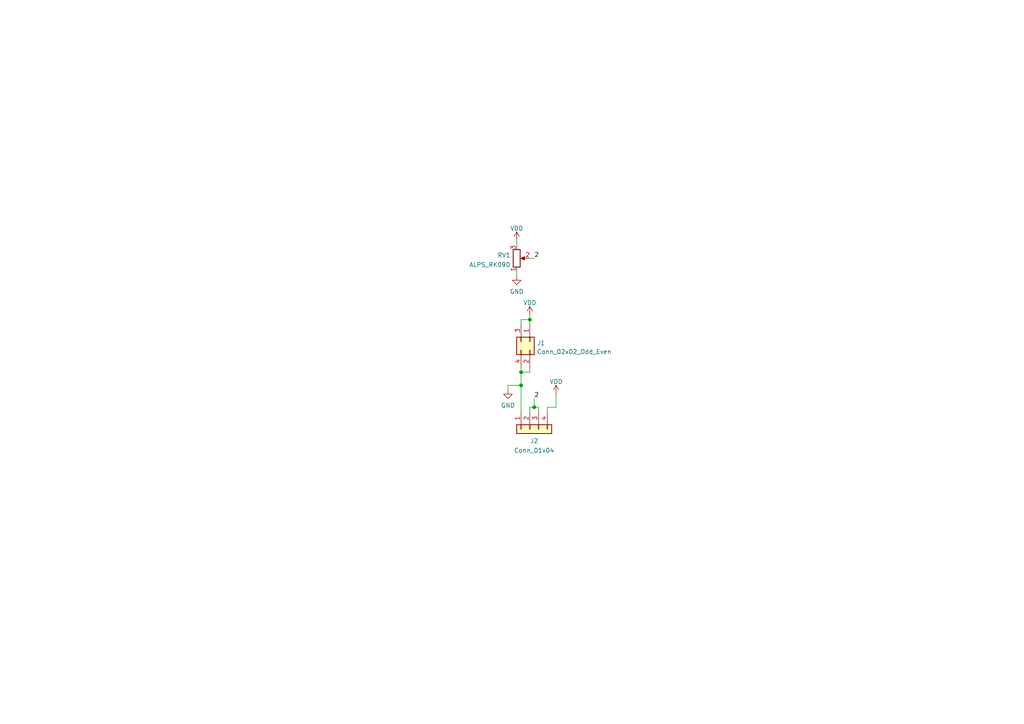
<source format=kicad_sch>
(kicad_sch (version 20230121) (generator eeschema)
  (paper "A4")
  (lib_symbols
    (symbol "Akiyuki_UI:ALPS_RK09D" (pin_names (offset 1.016) hide)
      (property "Reference" "RV" (at -4.445 0 90))
      (property "Value" "ALPS_RK09D" (at -2.54 0 90))
      (symbol "ALPS_RK09D_0_1"
        (polyline (pts (xy 2.54 0) (xy 1.524 0)))
        (polyline (pts (xy 1.143 0) (xy 2.286 0.508) (xy 2.286 -0.508) (xy 1.143 0)) (fill (type outline)))
        (rectangle (start 1.016 2.54) (end -1.016 -2.54) (stroke (width 0.254)))
      )
      (symbol "ALPS_RK09D_1_1"
        (pin passive line (at 0 -3.81 90) (length 1.27) (name "1") (number "1"))
        (pin passive line (at 3.81 0 180) (length 1.27) (name "2") (number "2"))
        (pin passive line (at 0 3.81 270) (length 1.27) (name "3") (number "3"))
      )
    )
    (symbol "Connector_Generic:Conn_01x04" (pin_names (offset 1.016) hide)
      (property "Reference" "J" (at 0 5.08 0))
      (property "Value" "Conn_01x04" (at 0 -7.62 0))
      (symbol "Conn_01x04_1_1"
        (rectangle (start -1.27 -4.953) (end 0 -5.207) (stroke (width 0.1524)))
        (rectangle (start -1.27 -2.413) (end 0 -2.667) (stroke (width 0.1524)))
        (rectangle (start -1.27 0.127) (end 0 -0.127) (stroke (width 0.1524)))
        (rectangle (start -1.27 2.667) (end 0 2.413) (stroke (width 0.1524)))
        (rectangle (start -1.27 3.81) (end 1.27 -6.35) (stroke (width 0.254)) (fill (type background)))
        (pin passive line (at -5.08 2.54 0) (length 3.81) (name "Pin_1") (number "1"))
        (pin passive line (at -5.08 0 0) (length 3.81) (name "Pin_2") (number "2"))
        (pin passive line (at -5.08 -2.54 0) (length 3.81) (name "Pin_3") (number "3"))
        (pin passive line (at -5.08 -5.08 0) (length 3.81) (name "Pin_4") (number "4"))
      )
    )
    (symbol "Connector_Generic:Conn_02x02_Odd_Even" (pin_names (offset 1.016) hide)
      (property "Reference" "J" (at 1.27 2.54 0))
      (property "Value" "Conn_02x02_Odd_Even" (at 1.27 -5.08 0))
      (symbol "Conn_02x02_Odd_Even_1_1"
        (rectangle (start -1.27 -2.413) (end 0 -2.667) (stroke (width 0.1524)))
        (rectangle (start -1.27 0.127) (end 0 -0.127) (stroke (width 0.1524)))
        (rectangle (start -1.27 1.27) (end 3.81 -3.81) (stroke (width 0.254)) (fill (type background)))
        (rectangle (start 3.81 -2.413) (end 2.54 -2.667) (stroke (width 0.1524)))
        (rectangle (start 3.81 0.127) (end 2.54 -0.127) (stroke (width 0.1524)))
        (pin passive line (at -5.08 0 0) (length 3.81) (name "Pin_1") (number "1"))
        (pin passive line (at 7.62 0 180) (length 3.81) (name "Pin_2") (number "2"))
        (pin passive line (at -5.08 -2.54 0) (length 3.81) (name "Pin_3") (number "3"))
        (pin passive line (at 7.62 -2.54 180) (length 3.81) (name "Pin_4") (number "4"))
      )
    )
    (symbol "power:GND" (power) (pin_names (offset 0))
      (property "Value" "GND" (at 0 -3.81 0))
      (symbol "GND_0_1"
        (polyline (pts (xy 0 0) (xy 0 -1.27) (xy 1.27 -1.27) (xy 0 -2.54) (xy -1.27 -1.27) (xy 0 -1.27)))
      )
      (symbol "GND_1_1"
        (pin power_in line (at 0 0 270) (length 0) hide (name "GND") (number "1"))
      )
    )
    (symbol "power:VDD" (power) (pin_names (offset 0))
      (property "Value" "VDD" (at 0 3.81 0))
      (symbol "VDD_0_1"
        (polyline (pts (xy -0.762 1.27) (xy 0 2.54)))
        (polyline (pts (xy 0 0) (xy 0 2.54)))
        (polyline (pts (xy 0 2.54) (xy 0.762 1.27)))
      )
      (symbol "VDD_1_1"
        (pin power_in line (at 0 0 90) (length 0) hide (name "VDD") (number "1"))
      )
    )
  )
  (junction (at 151.13 107.95))
  (junction (at 153.67 92.71))
  (junction (at 151.13 111.76))
  (junction (at 154.94 118.11))
  (wire (pts (xy 158.75 118.11) (xy 161.29 118.11)))
  (wire (pts (xy 153.67 91.44) (xy 153.67 92.71)))
  (wire (pts (xy 151.13 107.95) (xy 151.13 111.76)))
  (wire (pts (xy 151.13 111.76) (xy 151.13 119.38)))
  (wire (pts (xy 151.13 92.71) (xy 153.67 92.71)))
  (wire (pts (xy 153.67 118.11) (xy 154.94 118.11)))
  (wire (pts (xy 154.94 115.57) (xy 154.94 118.11)))
  (wire (pts (xy 153.67 119.38) (xy 153.67 118.11)))
  (wire (pts (xy 156.21 118.11) (xy 156.21 119.38)))
  (wire (pts (xy 153.67 107.95) (xy 153.67 106.68)))
  (wire (pts (xy 154.94 118.11) (xy 156.21 118.11)))
  (wire (pts (xy 151.13 106.68) (xy 151.13 107.95)))
  (wire (pts (xy 153.67 74.93) (xy 154.94 74.93)))
  (wire (pts (xy 147.32 111.76) (xy 151.13 111.76)))
  (wire (pts (xy 149.86 69.85) (xy 149.86 71.12)))
  (wire (pts (xy 158.75 119.38) (xy 158.75 118.11)))
  (wire (pts (xy 149.86 78.74) (xy 149.86 80.01)))
  (wire (pts (xy 147.32 113.03) (xy 147.32 111.76)))
  (wire (pts (xy 151.13 107.95) (xy 153.67 107.95)))
  (wire (pts (xy 153.67 92.71) (xy 153.67 93.98)))
  (wire (pts (xy 151.13 93.98) (xy 151.13 92.71)))
  (wire (pts (xy 161.29 114.3) (xy 161.29 118.11)))
  (label "2" (at 154.94 115.57 0))
  (label "2" (at 154.94 74.93 0))
  (symbol (lib_id "power:GND") (at 147.32 113.03 0) (unit 1)
    (property "Reference" "#PWR01" (effects hide))
    (property "Value" "GND" (at 147.32 117.5925 0))
  )
  (symbol (lib_id "power:VDD") (at 149.86 69.85 0) (unit 1)
    (property "Reference" "#PWR02" (effects hide))
    (property "Value" "VDD" (at 149.86 66.2455 0))
  )
  (symbol (lib_id "Connector_Generic:Conn_02x02_Odd_Even") (at 153.67 99.06 270) (unit 1)
    (property "Reference" "J1" (at 155.702 99.4953 90) (effects (justify left)))
    (property "Value" "Conn_02x02_Odd_Even" (at 155.702 102.0322 90) (effects (justify left)))
    (property "Footprint" "Connector_PinHeader_2.54mm:PinHeader_2x02_P2.54mm_Vertical" (effects hide))
  )
  (symbol (lib_id "power:VDD") (at 153.67 91.44 0) (unit 1)
    (property "Reference" "#PWR04" (effects hide))
    (property "Value" "VDD" (at 153.67 87.8355 0))
  )
  (symbol (lib_id "Akiyuki_UI:ALPS_RK09D") (at 149.86 74.93 0) (unit 1)
    (property "Reference" "RV1" (at 148.0821 74.0215 0) (effects (justify right)))
    (property "Value" "ALPS_RK09D" (at 148.0821 76.7966 0) (effects (justify right)))
    (property "Footprint" "Akiyuki_Footprint:ALPS_RK09D117000B" (effects hide))
    (property "Datasheet" "https://akizukidenshi.com/catalog/g/gP-14827/" (effects hide))
  )
  (symbol (lib_id "power:VDD") (at 161.29 114.3 0) (unit 1)
    (property "Reference" "#PWR05" (effects hide))
    (property "Value" "VDD" (at 161.29 110.6955 0))
  )
  (symbol (lib_id "Connector_Generic:Conn_01x04") (at 153.67 124.46 90) (mirror x) (unit 1)
    (property "Reference" "J2" (at 154.94 127.8795 90))
    (property "Value" "Conn_01x04" (at 154.94 130.6546 90))
    (property "Footprint" "Connector_PinHeader_2.54mm:PinHeader_1x04_P2.54mm_Vertical" (effects hide))
  )
  (symbol (lib_id "power:GND") (at 149.86 80.01 0) (unit 1)
    (property "Reference" "#PWR03" (effects hide))
    (property "Value" "GND" (at 149.86 84.5725 0))
  )
)
</source>
